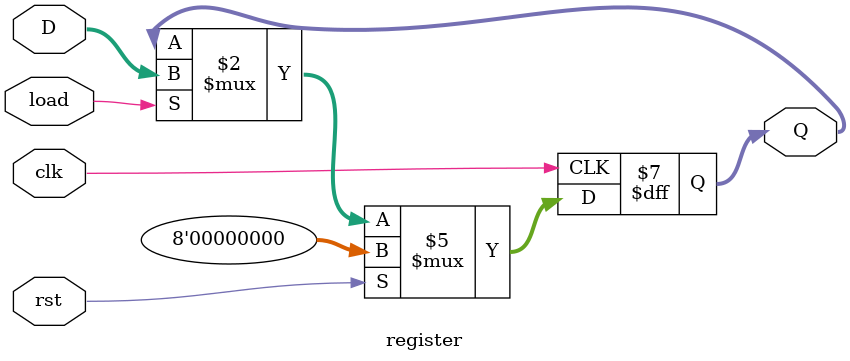
<source format=v>
module register(clk, rst, load, D, Q);
  parameter WIDTH = 8;
  input clk, rst, load;
  input [WIDTH-1:0] D;
  output reg [WIDTH-1:0] Q;
  always @(posedge clk) begin
    if (rst) Q <=0;
    else if (load) Q <= D;
  end    
endmodule
</source>
